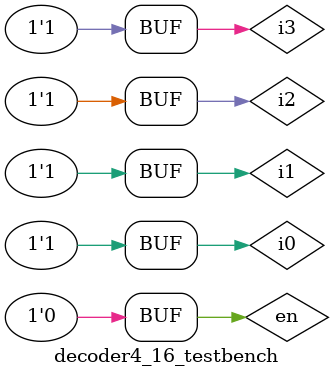
<source format=sv>
`timescale 1ps / 1ps

module decoder4_16(i0, i1, i2, i3, en, out);
	input logic i0, i1, i2, i3, en;
	output logic [15:0]out;
	parameter Delay = 50;
	
	logic [1:0]en_arr;
	
	decoder1_2 decoder1_2_2(.i0(i3), .en(en), .out(en_arr));
	decoder3_8 decoder3_8_1(.i0(i0), .i1(i1), .i2(i2), .en(en_arr[0]), .out(out[7:0]));
	decoder3_8 decoder3_8_2(.i0(i0), .i1(i1), .i2(i2), .en(en_arr[1]), .out(out[15:8]));

endmodule

module decoder4_16_testbench();
	logic i0, i1, i2, i3, en;
	logic [15:0]out;
	decoder4_16 dut (.i0, .i1, .i2, .i3, .en, .out);
	
	initial begin
	en = 1;
	for (int i = 0; i < 16; i++) begin
		{i3, i2, i1, i0} = i[3:0];
		#1000;
	end
	
	en = 0;
	for (int i = 0; i < 16; i++) begin
		{i3, i2, i1, i0} = i[3:0];
		#1000;
	end
end
endmodule
</source>
